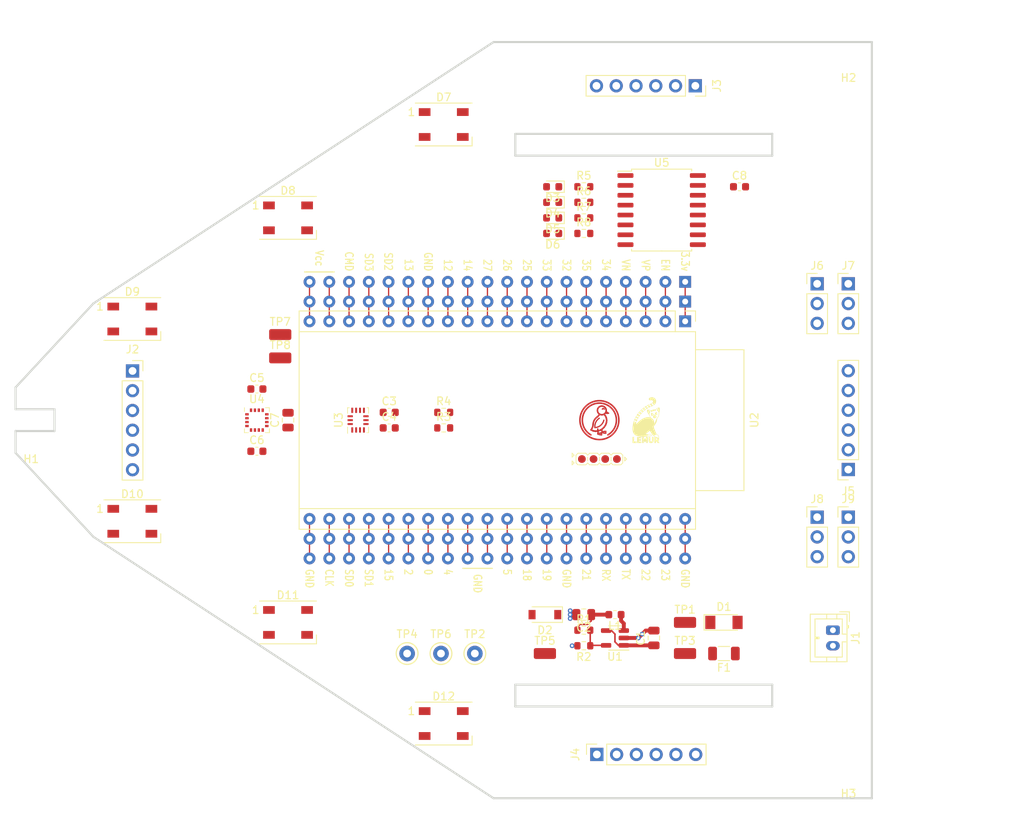
<source format=kicad_pcb>
(kicad_pcb (version 20211014) (generator pcbnew)
  (layers (0 "F.Cu" signal "Front") (31 "B.Cu" signal "Back") (34 "B.Paste" user) (35 "F.Paste" user) (36 "B.SilkS" user "B.Silkscreen") (37 "F.SilkS" user "F.Silkscreen") (38 "B.Mask" user) (39 "F.Mask" user) (44 "Edge.Cuts" user))
  (net 0 "")
  (net 1 "gnd")
  (net 2 "i2c_chain_0.scl")
  (net 3 "vbatt")
  (net 4 "i2c_chain_0.sda")
  (net 5 "v3v3")
  (net 6 "mcu.chip_pu")
  (net 7 "servo[0].pwm")
  (net 8 "servo[1].pwm")
  (net 9 "servo[2].pwm")
  (net 10 "servo[3].pwm")
  (net 11 "mcu.io2")
  (net 12 "mcu.io0")
  (net 13 "mcu.uart0.rx")
  (net 14 "mcu.uart0.tx")
  (net 15 "batt.pwr")
  (net 16 "leds.led[3].res.a")
  (net 17 "expander.io.led_3")
  (net 18 "reg_3v3.fb.output")
  (net 19 "leds.led[2].res.a")
  (net 20 "expander.io.led_2")
  (net 21 "leds.led[1].res.a")
  (net 22 "expander.io.led_1")
  (net 23 "leds.led[0].res.a")
  (net 24 "expander.io.led_0")
  (net 25 "reg_3v3.power_path.switch")
  (net 26 "expander.io.tof_xshut_1")
  (net 27 "expander.io.tof_xshut_2")
  (net 28 "expander.io.tof_xshut_3")
  (net 29 "imu.int1")
  (net 30 "imu.int2")
  (net 31 "ws2812bArray.led[0].dout")
  (net 32 "ws2812bArray.led[2].dout")
  (net 33 "ws2812bArray.led[1].dout")
  (net 34 "ws2812bArray.led[3].dout")
  (net 35 "ws2812bArray.dout")
  (net 36 "tof.gpio1.3")
  (net 37 "tof.gpio1.2")
  (net 38 "tof.gpio1.1")
  (net 39 "tof.gpio1.0")
  (net 40 "ws2812bArray.led[4].dout")
  (net 41 "mag.set_cap.pos")
  (net 42 "mag.c1.pos")
  (net 43 "mag.set_cap.neg")
  (net 44 "mag.drdy")
  (footprint "Package_TO_SOT_SMD:SOT-23-5" (layer "F.Cu") (at 162 88 180)
    (fp_text reference "U1")
    (fp_text value "AP3418 (Diodes Incorporated)")
  )
  (footprint "edg:TestPoint_TE_RCT_0805" (layer "F.Cu") (at 171 86)
    (fp_text reference "TP1")
    (fp_text value "5015 (Keystone) - gnd")
  )
  (footprint "Capacitor_SMD:C_0603_1608Metric" (layer "F.Cu") (at 116 64)
    (fp_text reference "C6")
    (fp_text value "")
  )
  (footprint "edg:TestPoint_TE_RCT_0805" (layer "F.Cu") (at 119 49)
    (fp_text reference "TP7")
    (fp_text value "5015 (Keystone) - i2c_chain_0.scl")
  )
  (footprint "Connector_PinHeader_2.54mm:PinHeader_1x03_P2.54mm_Vertical" (layer "F.Cu") (at 187.975 42.475)
    (fp_text reference "J6")
    (fp_text value "PinHeader2.54 1x3 (Generic)")
  )
  (footprint "Resistor_SMD:R_0603_1608Metric" (layer "F.Cu") (at 140 59)
    (fp_text reference "R4")
    (fp_text value "")
  )
  (footprint "Resistor_SMD:R_0603_1608Metric" (layer "F.Cu") (at 140 61)
    (fp_text reference "R3")
    (fp_text value "")
  )
  (footprint "Inductor_SMD:L_0603_1608Metric" (layer "F.Cu") (at 162 85 180)
    (fp_text reference "L1")
    (fp_text value "")
  )
  (footprint "Capacitor_SMD:C_0603_1608Metric" (layer "F.Cu") (at 133 59)
    (fp_text reference "C3")
    (fp_text value "")
  )
  (footprint "Resistor_SMD:R_1206_3216Metric" (layer "F.Cu") (at 176 90 180)
    (fp_text reference "F1")
    (fp_text value "MF-NSMF200-2 (BOURNS) - 6V 2A 100A 4A 1206 Resettable Fuses ROHS")
  )
  (footprint "Resistor_SMD:R_0603_1608Metric" (layer "F.Cu") (at 158 34)
    (fp_text reference "R7")
    (fp_text value "")
  )
  (footprint "edg:ESP32-WROVER-DEV_Chicken" (layer "F.Cu") (at 171.02 47.3 -90)
    (fp_text reference "U2")
    (fp_text value "ESP32-WROVER-DEV")
  )
  (footprint "Connector_PinHeader_2.54mm:PinHeader_1x03_P2.54mm_Vertical" (layer "F.Cu") (at 191.975 72.475)
    (fp_text reference "J9")
    (fp_text value "PinHeader2.54 1x3 (Generic)")
  )
  (footprint "Capacitor_SMD:C_0805_2012Metric" (layer "F.Cu") (at 158 85 180)
    (fp_text reference "C2")
    (fp_text value "")
  )
  (footprint "LED_SMD:LED_WS2812B_PLCC4_5.0x5.0mm_P3.2mm" (layer "F.Cu") (at 100 73)
    (fp_text reference "D10")
    (fp_text value "WS2812B (Worldsemi)")
  )
  (footprint "LED_SMD:LED_WS2812B_PLCC4_5.0x5.0mm_P3.2mm" (layer "F.Cu") (at 120 34)
    (fp_text reference "D8")
    (fp_text value "WS2812B (Worldsemi)")
  )
  (footprint "Resistor_SMD:R_0603_1608Metric" (layer "F.Cu") (at 158 30)
    (fp_text reference "R5")
    (fp_text value "")
  )
  (footprint "Package_LGA:LGA-16_3x3mm_P0.5mm" (layer "F.Cu") (at 116 60)
    (fp_text reference "U4")
    (fp_text value "QMC5883L (QST)")
  )
  (footprint "Capacitor_SMD:C_0603_1608Metric" (layer "F.Cu") (at 133 61)
    (fp_text reference "C4")
    (fp_text value "")
  )
  (footprint "TestPoint:TestPoint_Keystone_5000-5004_Miniature" (layer "F.Cu") (at 135.3 90)
    (fp_text reference "TP4")
    (fp_text value "5001 (Keystone) - vbatt")
  )
  (footprint "Connector_JST:JST_PH_B2B-PH-K_1x02_P2.00mm_Vertical" (layer "F.Cu") (at 190 87 -90)
    (fp_text reference "J1")
    (fp_text value "B2B-PH-K (JST)")
  )
  (footprint "edg:Symbol_LemurSmall" (layer "F.Cu") (at 166 60)
    (fp_text reference "U6" hide)
    (fp_text value "Lemur" hide)
  )
  (footprint "Diode_SMD:D_MiniMELF" (layer "F.Cu") (at 176 86)
    (fp_text reference "D1")
    (fp_text value "ZMM5V6-M (ST(Semtech)) - 100nA@1V 25? Single 5.2V~6V 500mW 5.6V LL-34 Zener Diodes ROHS")
  )
  (footprint "edg:JlcToolingHole_1.152mm" (layer "F.Cu") (at 87 63)
    (fp_text reference "H1")
    (fp_text value "")
  )
  (footprint "Resistor_SMD:R_0603_1608Metric" (layer "F.Cu") (at 158 32)
    (fp_text reference "R6")
    (fp_text value "")
  )
  (footprint "TestPoint:TestPoint_Keystone_5000-5004_Miniature" (layer "F.Cu") (at 144 90)
    (fp_text reference "TP2")
    (fp_text value "5001 (Keystone) - gnd")
  )
  (footprint "LED_SMD:LED_WS2812B_PLCC4_5.0x5.0mm_P3.2mm" (layer "F.Cu") (at 120 86)
    (fp_text reference "D11")
    (fp_text value "WS2812B (Worldsemi)")
  )
  (footprint "LED_SMD:LED_WS2812B_PLCC4_5.0x5.0mm_P3.2mm" (layer "F.Cu") (at 100 47)
    (fp_text reference "D9")
    (fp_text value "WS2812B (Worldsemi)")
  )
  (footprint "Connector_PinSocket_2.54mm:PinSocket_1x06_P2.54mm_Vertical" (layer "F.Cu") (at 100.025 53.675)
    (fp_text reference "J2")
    (fp_text value "PinSocket2.54 1x6 (Generic)")
  )
  (footprint "Resistor_SMD:R_0603_1608Metric" (layer "F.Cu") (at 158 89 180)
    (fp_text reference "R2")
    (fp_text value "")
  )
  (footprint "edg:TestPoint_TE_RCT_0805" (layer "F.Cu") (at 171 90)
    (fp_text reference "TP3")
    (fp_text value "5015 (Keystone) - vbatt")
  )
  (footprint "LED_SMD:LED_0603_1608Metric" (layer "F.Cu") (at 154 34 180)
    (fp_text reference "D5")
    (fp_text value "KT-0603R (Hubei KENTO Elec) - Red 615~630nm 1.9~2.2V 0603 Light Emitting Diodes (LED) RoHS")
  )
  (footprint "Package_SO:SOIC-16W_7.5x10.3mm_P1.27mm" (layer "F.Cu") (at 168 33)
    (fp_text reference "U5")
    (fp_text value "PCF8574AT (NXP)")
  )
  (footprint "LED_SMD:LED_0603_1608Metric" (layer "F.Cu") (at 154 30 180)
    (fp_text reference "D3")
    (fp_text value "KT-0603R (Hubei KENTO Elec) - Red 615~630nm 1.9~2.2V 0603 Light Emitting Diodes (LED) RoHS")
  )
  (footprint "Connector_PinHeader_2.54mm:PinHeader_1x03_P2.54mm_Vertical" (layer "F.Cu") (at 191.975 42.475)
    (fp_text reference "J7")
    (fp_text value "PinHeader2.54 1x3 (Generic)")
  )
  (footprint "Capacitor_SMD:C_0805_2012Metric" (layer "F.Cu") (at 120 60 90)
    (fp_text reference "C7")
    (fp_text value "")
  )
  (footprint "Connector_PinSocket_2.54mm:PinSocket_1x06_P2.54mm_Vertical" (layer "F.Cu") (at 191.975 66.35 180)
    (fp_text reference "J5")
    (fp_text value "PinSocket2.54 1x6 (Generic)")
  )
  (footprint "edg:TestPoint_TE_RCT_0805" (layer "F.Cu") (at 119 52)
    (fp_text reference "TP8")
    (fp_text value "5015 (Keystone) - i2c_tp._io_sda_link")
  )
  (footprint "Capacitor_SMD:C_0603_1608Metric" (layer "F.Cu") (at 178 30)
    (fp_text reference "C8")
    (fp_text value "")
  )
  (footprint "Connector_PinSocket_2.54mm:PinSocket_1x06_P2.54mm_Vertical" (layer "F.Cu") (at 159.675 102.975 90)
    (fp_text reference "J4")
    (fp_text value "PinSocket2.54 1x6 (Generic)")
  )
  (footprint "Capacitor_SMD:C_0603_1608Metric" (layer "F.Cu") (at 116 56)
    (fp_text reference "C5")
    (fp_text value "")
  )
  (footprint "edg:Symbol_Duckling" (layer "F.Cu") (at 160 60)
    (fp_text reference "U7" hide)
    (fp_text value "Duck" hide)
  )
  (footprint "edg:JlcToolingHole_1.152mm" (layer "F.Cu") (at 192 106)
    (fp_text reference "H3")
    (fp_text value "")
  )
  (footprint "Connector_PinHeader_2.54mm:PinHeader_1x03_P2.54mm_Vertical" (layer "F.Cu") (at 187.975 72.475)
    (fp_text reference "J8")
    (fp_text value "PinHeader2.54 1x3 (Generic)")
  )
  (footprint "Capacitor_SMD:C_0805_2012Metric" (layer "F.Cu") (at 167 88 90)
    (fp_text reference "C1")
    (fp_text value "")
  )
  (footprint "Diode_SMD:D_SOD-123" (layer "F.Cu") (at 153 85 180)
    (fp_text reference "D2")
    (fp_text value "BZT52C3V6 (SMC(Sangdest Microelectronicstronic (Nanjing))) - 5?A@1V 90? Single 3.6V~3.8V 350mW 3.4V SOD-123 Zener Diodes ROHS")
  )
  (footprint "edg:JlcToolingHole_1.152mm" (layer "F.Cu") (at 192 14)
    (fp_text reference "H2")
    (fp_text value "")
  )
  (footprint "LED_SMD:LED_0603_1608Metric" (layer "F.Cu") (at 154 32 180)
    (fp_text reference "D4")
    (fp_text value "KT-0603R (Hubei KENTO Elec) - Red 615~630nm 1.9~2.2V 0603 Light Emitting Diodes (LED) RoHS")
  )
  (footprint "Resistor_SMD:R_0603_1608Metric" (layer "F.Cu") (at 158 87)
    (fp_text reference "R1")
    (fp_text value "")
  )
  (footprint "Package_LGA:Bosch_LGA-14_3x2.5mm_P0.5mm" (layer "F.Cu") (at 129 60 90)
    (fp_text reference "U3")
    (fp_text value "LSM6DS3TR-C (STMicroelectronics)")
  )
  (footprint "LED_SMD:LED_WS2812B_PLCC4_5.0x5.0mm_P3.2mm" (layer "F.Cu") (at 140 22)
    (fp_text reference "D7")
    (fp_text value "WS2812B (Worldsemi)")
  )
  (footprint "edg:TestPoint_TE_RCT_0805" (layer "F.Cu") (at 153 90)
    (fp_text reference "TP5")
    (fp_text value "5015 (Keystone) - v3v3")
  )
  (footprint "edg:Indicator_IdDots_4" (layer "F.Cu") (at 160 65)
    (fp_text reference "U8" hide)
    (fp_text value "IdDots4")
  )
  (footprint "Connector_PinSocket_2.54mm:PinSocket_1x06_P2.54mm_Vertical" (layer "F.Cu") (at 172.325 17.025 -90)
    (fp_text reference "J3")
    (fp_text value "PinSocket2.54 1x6 (Generic)")
  )
  (footprint "Resistor_SMD:R_0603_1608Metric" (layer "F.Cu") (at 158 36)
    (fp_text reference "R8")
    (fp_text value "")
  )
  (footprint "LED_SMD:LED_0603_1608Metric" (layer "F.Cu") (at 154 36 180)
    (fp_text reference "D6")
    (fp_text value "KT-0603R (Hubei KENTO Elec) - Red 615~630nm 1.9~2.2V 0603 Light Emitting Diodes (LED) RoHS")
  )
  (footprint "TestPoint:TestPoint_Keystone_5000-5004_Miniature" (layer "F.Cu") (at 139.65 90)
    (fp_text reference "TP6")
    (fp_text value "5001 (Keystone) - v3v3")
  )
  (footprint "LED_SMD:LED_WS2812B_PLCC4_5.0x5.0mm_P3.2mm" (layer "F.Cu") (at 140 99)
    (fp_text reference "D12")
    (fp_text value "WS2812B (Worldsemi)")
  )
  (gr_line (start 149.199742 23.199898) (end 182.199799 23.199898) (layer "Edge.Cuts") (width 0.264583))
  (gr_line (start 149.199742 25.999718) (end 149.199742 25.999718) (layer "Edge.Cuts") (width 0.264583))
  (gr_line (start 84.999946 61.400139) (end 84.999946 64.199974) (layer "Edge.Cuts") (width 0.264583))
  (gr_line (start 94.999854 44.999596) (end 84.999946 55.799965) (layer "Edge.Cuts") (width 0.264583))
  (gr_line (start 182.199799 93.99868) (end 182.199799 93.99868) (layer "Edge.Cuts") (width 0.264583))
  (gr_line (start 194.999955 108.599907) (end 194.999955 108.599907) (layer "Edge.Cuts") (width 0.264583))
  (gr_line (start 94.999854 44.999596) (end 94.999854 44.999596) (layer "Edge.Cuts") (width 0.264583))
  (gr_line (start 182.199799 96.80056) (end 149.199742 96.80056) (layer "Edge.Cuts") (width 0.264583))
  (gr_line (start 84.999946 58.5998) (end 84.999946 58.5998) (layer "Edge.Cuts") (width 0.264583))
  (gr_line (start 84.999946 61.400139) (end 84.999946 61.400139) (layer "Edge.Cuts") (width 0.264583))
  (gr_line (start 182.199799 93.99868) (end 182.199799 96.80056) (layer "Edge.Cuts") (width 0.264583))
  (gr_line (start 182.199799 23.199898) (end 182.199799 25.999718) (layer "Edge.Cuts") (width 0.264583))
  (gr_line (start 94.999854 74.998802) (end 146.399914 108.599907) (layer "Edge.Cuts") (width 0.264583))
  (gr_line (start 84.999946 64.199974) (end 94.999854 74.998802) (layer "Edge.Cuts") (width 0.264583))
  (gr_line (start 195.000054 11.400093) (end 195.000054 11.400093) (layer "Edge.Cuts") (width 0.264583))
  (gr_line (start 90.000158 58.5998) (end 90.000158 58.5998) (layer "Edge.Cuts") (width 0.264583))
  (gr_line (start 94.999854 74.998802) (end 94.999854 74.998802) (layer "Edge.Cuts") (width 0.264583))
  (gr_line (start 146.399914 11.400093) (end 94.999854 44.999596) (layer "Edge.Cuts") (width 0.264583))
  (gr_line (start 84.999946 58.5998) (end 90.000158 58.5998) (layer "Edge.Cuts") (width 0.264583))
  (gr_line (start 149.199742 96.80056) (end 149.199742 96.80056) (layer "Edge.Cuts") (width 0.264583))
  (gr_line (start 182.199799 25.999718) (end 149.199742 25.999718) (layer "Edge.Cuts") (width 0.264583))
  (gr_line (start 182.199799 23.199898) (end 182.199799 23.199898) (layer "Edge.Cuts") (width 0.264583))
  (gr_line (start 146.399914 108.599907) (end 194.999955 108.599907) (layer "Edge.Cuts") (width 0.264583))
  (gr_line (start 90.000158 61.400139) (end 84.999946 61.400139) (layer "Edge.Cuts") (width 0.264583))
  (gr_line (start 149.199742 96.80056) (end 149.199742 93.99868) (layer "Edge.Cuts") (width 0.264583))
  (gr_line (start 149.199742 93.99868) (end 182.199799 93.99868) (layer "Edge.Cuts") (width 0.264583))
  (gr_line (start 149.199742 25.999718) (end 149.199742 23.199898) (layer "Edge.Cuts") (width 0.264583))
  (gr_line (start 194.999955 108.599907) (end 195.000054 11.400093) (layer "Edge.Cuts") (width 0.264583))
  (gr_line (start 90.000158 58.5998) (end 90.000158 61.400139) (layer "Edge.Cuts") (width 0.264583))
  (gr_line (start 195.000054 11.400093) (end 146.399914 11.400093) (layer "Edge.Cuts") (width 0.264583))
  (gr_line (start 146.399914 108.599907) (end 146.399914 108.599907) (layer "Edge.Cuts") (width 0.264583))
  (gr_line (start 84.999946 64.199974) (end 84.999946 64.199974) (layer "Edge.Cuts") (width 0.264583))
  (gr_line (start 182.199799 25.999718) (end 182.199799 25.999718) (layer "Edge.Cuts") (width 0.264583))
  (gr_line (start 90.000158 61.400139) (end 90.000158 61.400139) (layer "Edge.Cuts") (width 0.264583))
  (gr_line (start 84.999946 55.799965) (end 84.999946 58.5998) (layer "Edge.Cuts") (width 0.264583))
  (gr_line (start 182.199799 96.80056) (end 182.199799 96.80056) (layer "Edge.Cuts") (width 0.264583))
  (gr_line (start 84.999946 55.799965) (end 84.999946 55.799965) (layer "Edge.Cuts") (width 0.264583))
  (segment (start 160.86 47.3) (end 160.86 42.22) (width 0.16) (layer "F.Cu") (net 0))
  (segment (start 165.94 47.3) (end 165.94 42.22) (width 0.16) (layer "F.Cu") (net 0))
  (segment (start 158.32 72.7) (end 158.32 77.78) (width 0.16) (layer "F.Cu") (net 0))
  (segment (start 130.38 77.78) (end 130.38 72.7) (width 0.16) (layer "F.Cu") (net 0))
  (segment (start 148.16 47.3) (end 148.16 42.22) (width 0.16) (layer "F.Cu") (net 0))
  (segment (start 158.32 42.22) (end 158.32 47.3) (width 0.16) (layer "F.Cu") (net 0))
  (segment (start 127.84 47.3) (end 127.84 42.22) (width 0.16) (layer "F.Cu") (net 0))
  (segment (start 132.92 47.3) (end 132.92 42.22) (width 0.16) (layer "F.Cu") (net 0))
  (segment (start 163.4 42.22) (end 163.4 47.3) (width 0.16) (layer "F.Cu") (net 0))
  (segment (start 122.76 47.3) (end 122.76 42.22) (width 0.16) (layer "F.Cu") (net 0))
  (segment (start 150.7 77.78) (end 150.7 72.7) (width 0.16) (layer "F.Cu") (net 0))
  (segment (start 145.62 42.22) (end 145.62 47.3) (width 0.16) (layer "F.Cu") (net 0))
  (segment (start 125.3 77.78) (end 125.3 72.7) (width 0.16) (layer "F.Cu") (net 0))
  (segment (start 127.84 72.7) (end 127.84 77.78) (width 0.16) (layer "F.Cu") (net 0))
  (segment (start 148.16 72.7) (end 148.16 77.78) (width 0.16) (layer "F.Cu") (net 0))
  (segment (start 130.38 42.22) (end 130.38 47.3) (width 0.16) (layer "F.Cu") (net 0))
  (segment (start 153.24 72.7) (end 153.24 77.78) (width 0.16) (layer "F.Cu") (net 0))
  (segment (start 125.3 42.22) (end 125.3 47.3) (width 0.16) (layer "F.Cu") (net 0))
  (segment (start 140.54 77.78) (end 140.54 72.7) (width 0.16) (layer "F.Cu") (net 0))
  (segment (start 168.48 72.7) (end 168.48 77.78) (width 0.16) (layer "F.Cu") (net 0))
  (segment (start 150.7 42.22) (end 150.7 47.3) (width 0.16) (layer "F.Cu") (net 0))
  (segment (start 165.94 77.78) (end 165.94 72.7) (width 0.16) (layer "F.Cu") (net 0))
  (segment (start 138 47.3) (end 138 42.22) (width 0.16) (layer "F.Cu") (net 1))
  (segment (start 156.75 85) (end 156.25 84.5) (width 0.5) (layer "F.Cu") (net 1))
  (segment (start 122.76 72.7) (end 122.76 77.78) (width 0.16) (layer "F.Cu") (net 1))
  (segment (start 163.1375 88) (end 164.25 88) (width 0.2) (layer "F.Cu") (net 1))
  (segment (start 155.78 77.78) (end 155.78 72.7) (width 0.16) (layer "F.Cu") (net 1))
  (segment (start 157.05 85) (end 156.75 85) (width 0.5) (layer "F.Cu") (net 1))
  (segment (start 157.05 85) (end 156.25 85) (width 0.5) (layer "F.Cu") (net 1))
  (segment (start 163.1375 88) (end 165 88) (width 0.5) (layer "F.Cu") (net 1))
  (segment (start 156.75 85) (end 156.25 85.5) (width 0.5) (layer "F.Cu") (net 1))
  (segment (start 143.08 72.7) (end 143.08 77.78) (width 0.16) (layer "F.Cu") (net 1))
  (segment (start 167 87.05) (end 165.95 87.05) (width 0.5) (layer "F.Cu") (net 1))
  (segment (start 157.175 89) (end 156.5 89) (width 0.2) (layer "F.Cu") (net 1))
  (segment (start 165 88) (end 165.95 87.05) (width 0.5) (layer "F.Cu") (net 1))
  (segment (start 165 88) (end 164.25 88) (width 0.2) (layer "F.Cu") (net 1))
  (segment (start 145.62 77.78) (end 145.62 72.7) (width 0.16) (layer "F.Cu") (net 1))
  (segment (start 171.02 77.78) (end 171.02 72.7) (width 0.16) (layer "F.Cu") (net 1))
  (via (at 156.5 89) (size 0.6) (drill 0.3) (layers "F.Cu" "B.Cu") (net 1))
  (via (at 156.25 84.5) (size 0.6) (drill 0.3) (layers "F.Cu" "B.Cu") (net 1))
  (via (at 156.25 85) (size 0.6) (drill 0.3) (layers "F.Cu" "B.Cu") (net 1))
  (via (at 156.25 85.5) (size 0.6) (drill 0.3) (layers "F.Cu" "B.Cu") (net 1))
  (via (at 165.5 87.5) (size 0.6) (drill 0.3) (layers "F.Cu" "B.Cu") (net 1))
  (via (at 165 88) (size 0.6) (drill 0.3) (layers "F.Cu" "B.Cu") (net 1))
  (segment (start 155.78 47.3) (end 155.78 42.22) (width 0.16) (layer "F.Cu") (net 2))
  (segment (start 162 87.5) (end 161.55 87.05) (width 0.2) (layer "F.Cu") (net 3))
  (segment (start 161.55 87.05) (end 160.8625 87.05) (width 0.2) (layer "F.Cu") (net 3))
  (segment (start 162 88.5) (end 162 87.5) (width 0.2) (layer "F.Cu") (net 3))
  (segment (start 162.45 88.95) (end 162 88.5) (width 0.2) (layer "F.Cu") (net 3))
  (segment (start 163.1375 88.95) (end 167 88.95) (width 0.5) (layer "F.Cu") (net 3))
  (segment (start 163.1375 88.95) (end 162.45 88.95) (width 0.2) (layer "F.Cu") (net 3))
  (segment (start 153.24 42.22) (end 153.24 47.3) (width 0.16) (layer "F.Cu") (net 4))
  (segment (start 158.95 85.8) (end 158.5 86.25) (width 0.2) (layer "F.Cu") (net 5))
  (segment (start 158.95 85) (end 161.2125 85) (width 0.5) (layer "F.Cu") (net 5))
  (segment (start 158.95 85) (end 158.95 85.8) (width 0.2) (layer "F.Cu") (net 5))
  (segment (start 157.5 86.25) (end 157.175 86.575) (width 0.2) (layer "F.Cu") (net 5))
  (segment (start 171.02 47.3) (end 171.02 42.22) (width 0.16) (layer "F.Cu") (net 5))
  (segment (start 158.5 86.25) (end 157.5 86.25) (width 0.2) (layer "F.Cu") (net 5))
  (segment (start 157.175 86.575) (end 157.175 87) (width 0.2) (layer "F.Cu") (net 5))
  (segment (start 168.48 42.22) (end 168.48 47.3) (width 0.16) (layer "F.Cu") (net 6))
  (segment (start 143.08 47.3) (end 143.08 42.22) (width 0.16) (layer "F.Cu") (net 7))
  (segment (start 140.54 42.22) (end 140.54 47.3) (width 0.16) (layer "F.Cu") (net 8))
  (segment (start 135.46 42.22) (end 135.46 47.3) (width 0.16) (layer "F.Cu") (net 9))
  (segment (start 132.92 77.78) (end 132.92 72.7) (width 0.16) (layer "F.Cu") (net 10))
  (segment (start 135.46 77.78) (end 135.46 72.7) (width 0.16) (layer "F.Cu") (net 11))
  (segment (start 138 77.78) (end 138 72.7) (width 0.16) (layer "F.Cu") (net 12))
  (segment (start 160.86 77.78) (end 160.86 72.7) (width 0.16) (layer "F.Cu") (net 13))
  (segment (start 163.4 72.7) (end 163.4 77.78) (width 0.16) (layer "F.Cu") (net 14))
  (segment (start 160.8625 88.95) (end 158.875 88.95) (width 0.2) (layer "F.Cu") (net 18))
  (segment (start 158.875 88.95) (end 158.825 89) (width 0.2) (layer "F.Cu") (net 18))
  (segment (start 158.825 89) (end 158.825 87) (width 0.2) (layer "F.Cu") (net 18))
  (segment (start 162.7875 85.7875) (end 162.7875 85) (width 0.5) (layer "F.Cu") (net 25))
  (segment (start 163.1375 86.1375) (end 162.7875 85.7875) (width 0.5) (layer "F.Cu") (net 25))
  (segment (start 163.1375 87.05) (end 163.1375 86.1375) (width 0.5) (layer "F.Cu") (net 25))
)
</source>
